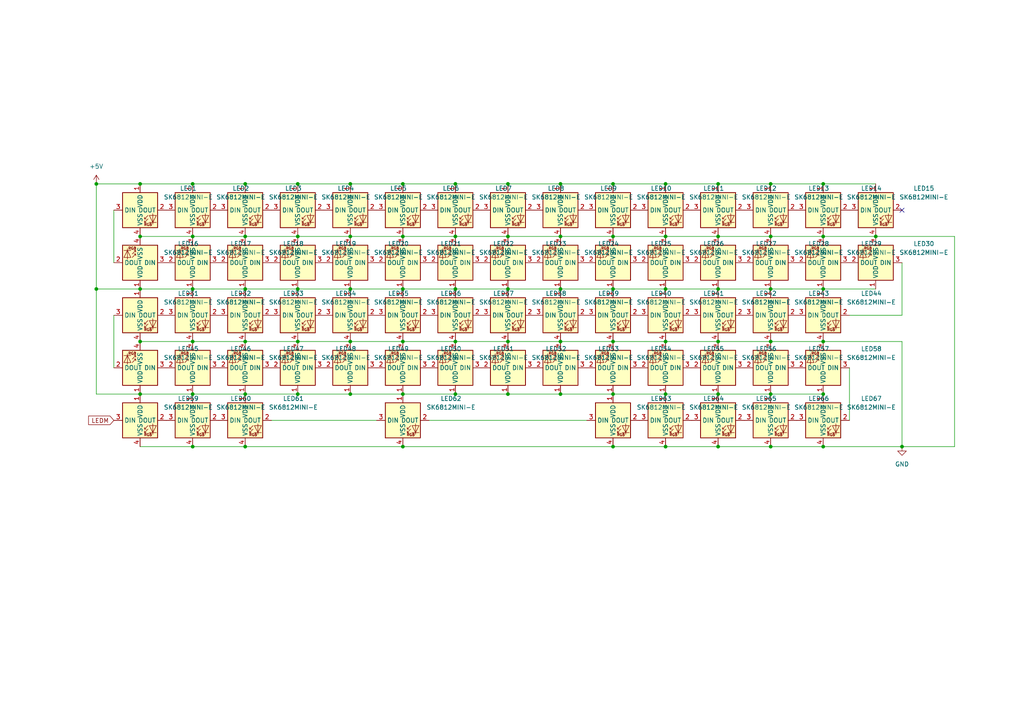
<source format=kicad_sch>
(kicad_sch (version 20250114) (generator "eeschema") (generator_version "9.0")
  (paper "A4")
  (title_block (title "MOD65") (date "2025-02-04") (rev "1") (company "umbacos"))
  (lib_symbols
    (symbol "PCM_marbastlib-various:SK6812MINI-E"
      (property "Reference" "LED" (at 2.54 6.35 0))
      (property "Value" "SK6812MINI-E" (at 7.62 -6.35 0))
      (symbol "SK6812MINI-E_0_0"
        (text "RGB" (at 2.286 -4.191 0) (effects (font (size 0.762 0.762))))
      )
      (symbol "SK6812MINI-E_0_1"
        (polyline (pts (xy 1.27 -2.54) (xy 1.778 -2.54)))
        (polyline (pts (xy 1.27 -3.556) (xy 1.778 -3.556)))
        (polyline (pts (xy 2.286 -1.524) (xy 1.27 -2.54) (xy 1.27 -2.032)))
        (polyline (pts (xy 2.286 -2.54) (xy 1.27 -3.556) (xy 1.27 -3.048)))
        (polyline (pts (xy 3.683 -1.016) (xy 3.683 -3.556) (xy 3.683 -4.064)))
        (polyline (pts (xy 4.699 -1.524) (xy 2.667 -1.524) (xy 3.683 -3.556) (xy 4.699 -1.524)))
        (polyline (pts (xy 4.699 -3.556) (xy 2.667 -3.556)))
        (rectangle (start 5.08 5.08) (end -5.08 -5.08) (stroke (width 0.254)) (fill (type background)))
      )
      (symbol "SK6812MINI-E_1_1"
        (pin input line (at -7.62 0 0) (length 2.54) (name "DIN") (number "3"))
        (pin power_in line (at 0 7.62 270) (length 2.54) (name "VDD") (number "1"))
        (pin power_in line (at 0 -7.62 90) (length 2.54) (name "VSS") (number "4"))
        (pin output line (at 7.62 0 180) (length 2.54) (name "DOUT") (number "2"))
      )
    )
    (symbol "power:+5V" (power) (pin_numbers (hide yes)) (pin_names (offset 0) (hide yes))
      (property "Value" "+5V" (at 0 3.556 0))
      (symbol "+5V_0_1"
        (polyline (pts (xy -0.762 1.27) (xy 0 2.54)))
        (polyline (pts (xy 0 2.54) (xy 0.762 1.27)))
        (polyline (pts (xy 0 0) (xy 0 2.54)))
      )
      (symbol "+5V_1_1"
        (pin power_in line (at 0 0 90) (length 0) (name "~") (number "1"))
      )
    )
    (symbol "power:GND" (power) (pin_numbers (hide yes)) (pin_names (offset 0) (hide yes))
      (property "Value" "GND" (at 0 -3.81 0))
      (symbol "GND_0_1"
        (polyline (pts (xy 0 0) (xy 0 -1.27) (xy 1.27 -1.27) (xy 0 -2.54) (xy -1.27 -1.27) (xy 0 -1.27)))
      )
      (symbol "GND_1_1"
        (pin power_in line (at 0 0 270) (length 0) (name "~") (number "1"))
      )
    )
  )
  (junction (at 40.64 99.06))
  (junction (at 86.36 68.58))
  (junction (at 193.04 53.34))
  (junction (at 55.88 114.3))
  (junction (at 177.8 114.3))
  (junction (at 71.12 99.06))
  (junction (at 193.04 68.58))
  (junction (at 193.04 114.3))
  (junction (at 71.12 53.34))
  (junction (at 238.76 68.58))
  (junction (at 132.08 68.58))
  (junction (at 162.56 53.34))
  (junction (at 208.28 114.3))
  (junction (at 147.32 53.34))
  (junction (at 162.56 83.82))
  (junction (at 116.84 114.3))
  (junction (at 208.28 129.54))
  (junction (at 116.84 99.06))
  (junction (at 208.28 53.34))
  (junction (at 208.28 83.82))
  (junction (at 162.56 68.58))
  (junction (at 86.36 99.06))
  (junction (at 86.36 53.34))
  (junction (at 208.28 68.58))
  (junction (at 55.88 53.34))
  (junction (at 132.08 114.3))
  (junction (at 177.8 68.58))
  (junction (at 132.08 99.06))
  (junction (at 238.76 129.54))
  (junction (at 132.08 83.82))
  (junction (at 238.76 83.82))
  (junction (at 254 68.58))
  (junction (at 40.64 68.58))
  (junction (at 101.6 99.06))
  (junction (at 193.04 129.54))
  (junction (at 55.88 129.54))
  (junction (at 147.32 83.82))
  (junction (at 177.8 99.06))
  (junction (at 132.08 53.34))
  (junction (at 223.52 83.82))
  (junction (at 208.28 99.06))
  (junction (at 238.76 114.3))
  (junction (at 261.62 129.54))
  (junction (at 40.64 114.3))
  (junction (at 101.6 114.3))
  (junction (at 71.12 129.54))
  (junction (at 116.84 83.82))
  (junction (at 238.76 53.34))
  (junction (at 86.36 114.3))
  (junction (at 223.52 99.06))
  (junction (at 223.52 68.58))
  (junction (at 238.76 99.06))
  (junction (at 223.52 129.54))
  (junction (at 193.04 99.06))
  (junction (at 55.88 99.06))
  (junction (at 162.56 99.06))
  (junction (at 193.04 83.82))
  (junction (at 177.8 53.34))
  (junction (at 116.84 68.58))
  (junction (at 116.84 129.54))
  (junction (at 147.32 99.06))
  (junction (at 55.88 68.58))
  (junction (at 177.8 129.54))
  (junction (at 71.12 114.3))
  (junction (at 177.8 83.82))
  (junction (at 71.12 83.82))
  (junction (at 223.52 114.3))
  (junction (at 55.88 83.82))
  (junction (at 40.64 83.82))
  (junction (at 223.52 53.34))
  (junction (at 27.94 83.82))
  (junction (at 147.32 114.3))
  (junction (at 147.32 68.58))
  (junction (at 162.56 114.3))
  (junction (at 40.64 53.34))
  (junction (at 101.6 68.58))
  (junction (at 71.12 68.58))
  (junction (at 116.84 53.34))
  (junction (at 27.94 53.34))
  (junction (at 86.36 83.82))
  (junction (at 101.6 53.34))
  (junction (at 101.6 83.82))
  (no_connect (at 261.62 60.96))
  (wire (pts (xy 71.12 129.54) (xy 116.84 129.54)))
  (wire (pts (xy 101.6 68.58) (xy 116.84 68.58)))
  (wire (pts (xy 261.62 99.06) (xy 261.62 129.54)))
  (wire (pts (xy 193.04 114.3) (xy 208.28 114.3)))
  (wire (pts (xy 55.88 53.34) (xy 71.12 53.34)))
  (wire (pts (xy 162.56 99.06) (xy 177.8 99.06)))
  (wire (pts (xy 86.36 83.82) (xy 101.6 83.82)))
  (wire (pts (xy 208.28 68.58) (xy 223.52 68.58)))
  (wire (pts (xy 116.84 114.3) (xy 132.08 114.3)))
  (wire (pts (xy 208.28 83.82) (xy 223.52 83.82)))
  (wire (pts (xy 132.08 53.34) (xy 147.32 53.34)))
  (wire (pts (xy 162.56 53.34) (xy 177.8 53.34)))
  (wire (pts (xy 223.52 83.82) (xy 238.76 83.82)))
  (wire (pts (xy 208.28 114.3) (xy 223.52 114.3)))
  (wire (pts (xy 55.88 83.82) (xy 71.12 83.82)))
  (wire (pts (xy 27.94 114.3) (xy 27.94 83.82)))
  (wire (pts (xy 223.52 68.58) (xy 238.76 68.58)))
  (wire (pts (xy 116.84 83.82) (xy 132.08 83.82)))
  (wire (pts (xy 254 68.58) (xy 276.86 68.58)))
  (wire (pts (xy 33.02 91.44) (xy 33.02 106.68)))
  (wire (pts (xy 40.64 68.58) (xy 55.88 68.58)))
  (wire (pts (xy 132.08 114.3) (xy 147.32 114.3)))
  (wire (pts (xy 177.8 99.06) (xy 193.04 99.06)))
  (wire (pts (xy 246.38 106.68) (xy 246.38 121.92)))
  (wire (pts (xy 71.12 68.58) (xy 86.36 68.58)))
  (wire (pts (xy 223.52 99.06) (xy 238.76 99.06)))
  (wire (pts (xy 132.08 83.82) (xy 147.32 83.82)))
  (wire (pts (xy 101.6 83.82) (xy 116.84 83.82)))
  (wire (pts (xy 71.12 99.06) (xy 86.36 99.06)))
  (wire (pts (xy 246.38 91.44) (xy 261.62 91.44)))
  (wire (pts (xy 86.36 114.3) (xy 101.6 114.3)))
  (wire (pts (xy 86.36 53.34) (xy 101.6 53.34)))
  (wire (pts (xy 132.08 99.06) (xy 147.32 99.06)))
  (wire (pts (xy 261.62 91.44) (xy 261.62 76.2)))
  (wire (pts (xy 223.52 53.34) (xy 238.76 53.34)))
  (wire (pts (xy 124.46 121.92) (xy 170.18 121.92)))
  (wire (pts (xy 238.76 68.58) (xy 254 68.58)))
  (wire (pts (xy 147.32 83.82) (xy 162.56 83.82)))
  (wire (pts (xy 116.84 53.34) (xy 132.08 53.34)))
  (wire (pts (xy 223.52 114.3) (xy 238.76 114.3)))
  (wire (pts (xy 132.08 68.58) (xy 147.32 68.58)))
  (wire (pts (xy 193.04 129.54) (xy 208.28 129.54)))
  (wire (pts (xy 177.8 129.54) (xy 193.04 129.54)))
  (wire (pts (xy 177.8 53.34) (xy 193.04 53.34)))
  (wire (pts (xy 223.52 129.54) (xy 238.76 129.54)))
  (wire (pts (xy 40.64 129.54) (xy 55.88 129.54)))
  (wire (pts (xy 238.76 99.06) (xy 261.62 99.06)))
  (wire (pts (xy 147.32 99.06) (xy 162.56 99.06)))
  (wire (pts (xy 40.64 83.82) (xy 55.88 83.82)))
  (wire (pts (xy 177.8 68.58) (xy 193.04 68.58)))
  (wire (pts (xy 55.88 129.54) (xy 71.12 129.54)))
  (wire (pts (xy 40.64 53.34) (xy 27.94 53.34)))
  (wire (pts (xy 55.88 68.58) (xy 71.12 68.58)))
  (wire (pts (xy 276.86 68.58) (xy 276.86 129.54)))
  (wire (pts (xy 40.64 114.3) (xy 27.94 114.3)))
  (wire (pts (xy 147.32 114.3) (xy 162.56 114.3)))
  (wire (pts (xy 208.28 99.06) (xy 223.52 99.06)))
  (wire (pts (xy 55.88 99.06) (xy 71.12 99.06)))
  (wire (pts (xy 238.76 83.82) (xy 254 83.82)))
  (wire (pts (xy 101.6 114.3) (xy 116.84 114.3)))
  (wire (pts (xy 147.32 53.34) (xy 162.56 53.34)))
  (wire (pts (xy 27.94 53.34) (xy 27.94 83.82)))
  (wire (pts (xy 40.64 114.3) (xy 55.88 114.3)))
  (wire (pts (xy 193.04 53.34) (xy 208.28 53.34)))
  (wire (pts (xy 86.36 99.06) (xy 101.6 99.06)))
  (wire (pts (xy 193.04 68.58) (xy 208.28 68.58)))
  (wire (pts (xy 208.28 53.34) (xy 223.52 53.34)))
  (wire (pts (xy 193.04 83.82) (xy 208.28 83.82)))
  (wire (pts (xy 40.64 99.06) (xy 55.88 99.06)))
  (wire (pts (xy 116.84 99.06) (xy 132.08 99.06)))
  (wire (pts (xy 71.12 53.34) (xy 86.36 53.34)))
  (wire (pts (xy 33.02 60.96) (xy 33.02 76.2)))
  (wire (pts (xy 86.36 68.58) (xy 101.6 68.58)))
  (wire (pts (xy 276.86 129.54) (xy 261.62 129.54)))
  (wire (pts (xy 238.76 53.34) (xy 254 53.34)))
  (wire (pts (xy 147.32 68.58) (xy 162.56 68.58)))
  (wire (pts (xy 55.88 114.3) (xy 71.12 114.3)))
  (wire (pts (xy 162.56 114.3) (xy 177.8 114.3)))
  (wire (pts (xy 71.12 83.82) (xy 86.36 83.82)))
  (wire (pts (xy 78.74 121.92) (xy 109.22 121.92)))
  (wire (pts (xy 177.8 83.82) (xy 193.04 83.82)))
  (wire (pts (xy 261.62 129.54) (xy 238.76 129.54)))
  (wire (pts (xy 162.56 83.82) (xy 177.8 83.82)))
  (wire (pts (xy 116.84 68.58) (xy 132.08 68.58)))
  (wire (pts (xy 208.28 129.54) (xy 223.52 129.54)))
  (wire (pts (xy 193.04 99.06) (xy 208.28 99.06)))
  (wire (pts (xy 71.12 114.3) (xy 86.36 114.3)))
  (wire (pts (xy 101.6 99.06) (xy 116.84 99.06)))
  (wire (pts (xy 162.56 68.58) (xy 177.8 68.58)))
  (wire (pts (xy 27.94 83.82) (xy 40.64 83.82)))
  (wire (pts (xy 40.64 53.34) (xy 55.88 53.34)))
  (wire (pts (xy 101.6 53.34) (xy 116.84 53.34)))
  (wire (pts (xy 116.84 129.54) (xy 177.8 129.54)))
  (wire (pts (xy 177.8 114.3) (xy 193.04 114.3)))
  (global_label "LEDM" (shape input) (at 33.02 121.92 180) (property "Intersheetrefs" "${INTERSHEET_REFS}" (effects (hide yes))))
  (symbol (lib_id "PCM_marbastlib-various:SK6812MINI-E") (at 116.84 106.68 180) (unit 1)
    (property "Reference" "LED50" (at 130.81 101.1838 0))
    (property "Value" "SK6812MINI-E" (at 130.81 103.7238 0))
    (property "Footprint" "PCM_marbastlib-various:LED_6028R" (effects (hide yes)))
    (property "Description" "Reverse mount adressable LED (WS2812 protocol)" (effects (hide yes)))
    (property "Part Number" "SK6812MINI-E" (effects (hide yes)))
    (property "JLCPCB Part" "C5149201" (effects (hide yes)))
  )
  (symbol (lib_id "PCM_marbastlib-various:SK6812MINI-E") (at 55.88 76.2 180) (unit 1)
    (property "Reference" "LED17" (at 69.85 70.7038 0))
    (property "Value" "SK6812MINI-E" (at 69.85 73.2438 0))
    (property "Footprint" "PCM_marbastlib-various:LED_6028R" (effects (hide yes)))
    (property "Description" "Reverse mount adressable LED (WS2812 protocol)" (effects (hide yes)))
    (property "Part Number" "SK6812MINI-E" (effects (hide yes)))
    (property "JLCPCB Part" "C5149201" (effects (hide yes)))
  )
  (symbol (lib_id "PCM_marbastlib-various:SK6812MINI-E") (at 193.04 76.2 180) (unit 1)
    (property "Reference" "LED26" (at 207.01 70.7038 0))
    (property "Value" "SK6812MINI-E" (at 207.01 73.2438 0))
    (property "Footprint" "PCM_marbastlib-various:LED_6028R" (effects (hide yes)))
    (property "Description" "Reverse mount adressable LED (WS2812 protocol)" (effects (hide yes)))
    (property "Part Number" "SK6812MINI-E" (effects (hide yes)))
    (property "JLCPCB Part" "C5149201" (effects (hide yes)))
  )
  (symbol (lib_id "PCM_marbastlib-various:SK6812MINI-E") (at 71.12 121.92 0) (unit 1)
    (property "Reference" "LED61" (at 85.09 115.6014 0))
    (property "Value" "SK6812MINI-E" (at 85.09 118.1414 0))
    (property "Footprint" "PCM_marbastlib-various:LED_6028R" (effects (hide yes)))
    (property "Description" "Reverse mount adressable LED (WS2812 protocol)" (effects (hide yes)))
    (property "Part Number" "SK6812MINI-E" (effects (hide yes)))
    (property "JLCPCB Part" "C5149201" (effects (hide yes)))
  )
  (symbol (lib_id "PCM_marbastlib-various:SK6812MINI-E") (at 101.6 91.44 0) (unit 1)
    (property "Reference" "LED35" (at 115.57 85.1214 0))
    (property "Value" "SK6812MINI-E" (at 115.57 87.6614 0))
    (property "Footprint" "PCM_marbastlib-various:LED_6028R" (effects (hide yes)))
    (property "Description" "Reverse mount adressable LED (WS2812 protocol)" (effects (hide yes)))
    (property "Part Number" "SK6812MINI-E" (effects (hide yes)))
    (property "JLCPCB Part" "C5149201" (effects (hide yes)))
  )
  (symbol (lib_id "PCM_marbastlib-various:SK6812MINI-E") (at 40.64 91.44 0) (unit 1)
    (property "Reference" "LED31" (at 54.61 85.1214 0))
    (property "Value" "SK6812MINI-E" (at 54.61 87.6614 0))
    (property "Footprint" "PCM_marbastlib-various:LED_6028R" (effects (hide yes)))
    (property "Description" "Reverse mount adressable LED (WS2812 protocol)" (effects (hide yes)))
    (property "Part Number" "SK6812MINI-E" (effects (hide yes)))
    (property "JLCPCB Part" "C5149201" (effects (hide yes)))
  )
  (symbol (lib_id "PCM_marbastlib-various:SK6812MINI-E") (at 162.56 106.68 180) (unit 1)
    (property "Reference" "LED53" (at 176.53 101.1838 0))
    (property "Value" "SK6812MINI-E" (at 176.53 103.7238 0))
    (property "Footprint" "PCM_marbastlib-various:LED_6028R" (effects (hide yes)))
    (property "Description" "Reverse mount adressable LED (WS2812 protocol)" (effects (hide yes)))
    (property "Part Number" "SK6812MINI-E" (effects (hide yes)))
    (property "JLCPCB Part" "C5149201" (effects (hide yes)))
  )
  (symbol (lib_id "PCM_marbastlib-various:SK6812MINI-E") (at 162.56 60.96 0) (unit 1)
    (property "Reference" "LED9" (at 176.53 54.6414 0))
    (property "Value" "SK6812MINI-E" (at 176.53 57.1814 0))
    (property "Footprint" "PCM_marbastlib-various:LED_6028R" (effects (hide yes)))
    (property "Description" "Reverse mount adressable LED (WS2812 protocol)" (effects (hide yes)))
    (property "Part Number" "SK6812MINI-E" (effects (hide yes)))
    (property "JLCPCB Part" "C5149201" (effects (hide yes)))
  )
  (symbol (lib_id "PCM_marbastlib-various:SK6812MINI-E") (at 55.88 106.68 180) (unit 1)
    (property "Reference" "LED46" (at 69.85 101.1838 0))
    (property "Value" "SK6812MINI-E" (at 69.85 103.7238 0))
    (property "Footprint" "PCM_marbastlib-various:LED_6028R" (effects (hide yes)))
    (property "Description" "Reverse mount adressable LED (WS2812 protocol)" (effects (hide yes)))
    (property "Part Number" "SK6812MINI-E" (effects (hide yes)))
    (property "JLCPCB Part" "C5149201" (effects (hide yes)))
  )
  (symbol (lib_id "PCM_marbastlib-various:SK6812MINI-E") (at 116.84 76.2 180) (unit 1)
    (property "Reference" "LED21" (at 130.81 70.7038 0))
    (property "Value" "SK6812MINI-E" (at 130.81 73.2438 0))
    (property "Footprint" "PCM_marbastlib-various:LED_6028R" (effects (hide yes)))
    (property "Description" "Reverse mount adressable LED (WS2812 protocol)" (effects (hide yes)))
    (property "Part Number" "SK6812MINI-E" (effects (hide yes)))
    (property "JLCPCB Part" "C5149201" (effects (hide yes)))
  )
  (symbol (lib_id "power:+5V") (at 27.94 53.34 0) (unit 1)
    (property "Reference" "#PWR035" (effects (hide yes)))
    (property "Value" "+5V" (at 27.94 48.26 0))
    (property "Description" "Power symbol creates a global label with name \"+5V\"" (effects (hide yes)))
  )
  (symbol (lib_id "PCM_marbastlib-various:SK6812MINI-E") (at 254 60.96 0) (unit 1)
    (property "Reference" "LED15" (at 267.97 54.6414 0))
    (property "Value" "SK6812MINI-E" (at 267.97 57.1814 0))
    (property "Footprint" "PCM_marbastlib-various:LED_6028R" (effects (hide yes)))
    (property "Description" "Reverse mount adressable LED (WS2812 protocol)" (effects (hide yes)))
    (property "Part Number" "SK6812MINI-E" (effects (hide yes)))
    (property "JLCPCB Part" "C5149201" (effects (hide yes)))
  )
  (symbol (lib_id "PCM_marbastlib-various:SK6812MINI-E") (at 132.08 106.68 180) (unit 1)
    (property "Reference" "LED51" (at 146.05 101.1838 0))
    (property "Value" "SK6812MINI-E" (at 146.05 103.7238 0))
    (property "Footprint" "PCM_marbastlib-various:LED_6028R" (effects (hide yes)))
    (property "Description" "Reverse mount adressable LED (WS2812 protocol)" (effects (hide yes)))
    (property "Part Number" "SK6812MINI-E" (effects (hide yes)))
    (property "JLCPCB Part" "C5149201" (effects (hide yes)))
  )
  (symbol (lib_id "PCM_marbastlib-various:SK6812MINI-E") (at 147.32 60.96 0) (unit 1)
    (property "Reference" "LED8" (at 161.29 54.6414 0))
    (property "Value" "SK6812MINI-E" (at 161.29 57.1814 0))
    (property "Footprint" "PCM_marbastlib-various:LED_6028R" (effects (hide yes)))
    (property "Description" "Reverse mount adressable LED (WS2812 protocol)" (effects (hide yes)))
    (property "Part Number" "SK6812MINI-E" (effects (hide yes)))
    (property "JLCPCB Part" "C5149201" (effects (hide yes)))
  )
  (symbol (lib_id "PCM_marbastlib-various:SK6812MINI-E") (at 177.8 106.68 180) (unit 1)
    (property "Reference" "LED54" (at 191.77 101.1838 0))
    (property "Value" "SK6812MINI-E" (at 191.77 103.7238 0))
    (property "Footprint" "PCM_marbastlib-various:LED_6028R" (effects (hide yes)))
    (property "Description" "Reverse mount adressable LED (WS2812 protocol)" (effects (hide yes)))
    (property "Part Number" "SK6812MINI-E" (effects (hide yes)))
    (property "JLCPCB Part" "C5149201" (effects (hide yes)))
  )
  (symbol (lib_id "PCM_marbastlib-various:SK6812MINI-E") (at 40.64 60.96 0) (unit 1)
    (property "Reference" "LED1" (at 54.61 54.6414 0))
    (property "Value" "SK6812MINI-E" (at 54.61 57.1814 0))
    (property "Footprint" "PCM_marbastlib-various:LED_6028R" (effects (hide yes)))
    (property "Description" "Reverse mount adressable LED (WS2812 protocol)" (effects (hide yes)))
    (property "Part Number" "SK6812MINI-E" (effects (hide yes)))
    (property "JLCPCB Part" "C5149201" (effects (hide yes)))
  )
  (symbol (lib_id "PCM_marbastlib-various:SK6812MINI-E") (at 162.56 76.2 180) (unit 1)
    (property "Reference" "LED24" (at 176.53 70.7038 0))
    (property "Value" "SK6812MINI-E" (at 176.53 73.2438 0))
    (property "Footprint" "PCM_marbastlib-various:LED_6028R" (effects (hide yes)))
    (property "Description" "Reverse mount adressable LED (WS2812 protocol)" (effects (hide yes)))
    (property "Part Number" "SK6812MINI-E" (effects (hide yes)))
    (property "JLCPCB Part" "C5149201" (effects (hide yes)))
  )
  (symbol (lib_id "PCM_marbastlib-various:SK6812MINI-E") (at 71.12 106.68 180) (unit 1)
    (property "Reference" "LED47" (at 85.09 101.1838 0))
    (property "Value" "SK6812MINI-E" (at 85.09 103.7238 0))
    (property "Footprint" "PCM_marbastlib-various:LED_6028R" (effects (hide yes)))
    (property "Description" "Reverse mount adressable LED (WS2812 protocol)" (effects (hide yes)))
    (property "Part Number" "SK6812MINI-E" (effects (hide yes)))
    (property "JLCPCB Part" "C5149201" (effects (hide yes)))
  )
  (symbol (lib_id "PCM_marbastlib-various:SK6812MINI-E") (at 101.6 106.68 180) (unit 1)
    (property "Reference" "LED49" (at 115.57 101.1838 0))
    (property "Value" "SK6812MINI-E" (at 115.57 103.7238 0))
    (property "Footprint" "PCM_marbastlib-various:LED_6028R" (effects (hide yes)))
    (property "Description" "Reverse mount adressable LED (WS2812 protocol)" (effects (hide yes)))
    (property "Part Number" "SK6812MINI-E" (effects (hide yes)))
    (property "JLCPCB Part" "C5149201" (effects (hide yes)))
  )
  (symbol (lib_id "PCM_marbastlib-various:SK6812MINI-E") (at 223.52 60.96 0) (unit 1)
    (property "Reference" "LED13" (at 237.49 54.6414 0))
    (property "Value" "SK6812MINI-E" (at 237.49 57.1814 0))
    (property "Footprint" "PCM_marbastlib-various:LED_6028R" (effects (hide yes)))
    (property "Description" "Reverse mount adressable LED (WS2812 protocol)" (effects (hide yes)))
    (property "Part Number" "SK6812MINI-E" (effects (hide yes)))
    (property "JLCPCB Part" "C5149201" (effects (hide yes)))
  )
  (symbol (lib_id "PCM_marbastlib-various:SK6812MINI-E") (at 116.84 121.92 0) (unit 1)
    (property "Reference" "LED62" (at 130.81 115.6014 0))
    (property "Value" "SK6812MINI-E" (at 130.81 118.1414 0))
    (property "Footprint" "PCM_marbastlib-various:LED_6028R" (effects (hide yes)))
    (property "Description" "Reverse mount adressable LED (WS2812 protocol)" (effects (hide yes)))
    (property "Part Number" "SK6812MINI-E" (effects (hide yes)))
    (property "JLCPCB Part" "C5149201" (effects (hide yes)))
  )
  (symbol (lib_id "PCM_marbastlib-various:SK6812MINI-E") (at 147.32 106.68 180) (unit 1)
    (property "Reference" "LED52" (at 161.29 101.1838 0))
    (property "Value" "SK6812MINI-E" (at 161.29 103.7238 0))
    (property "Footprint" "PCM_marbastlib-various:LED_6028R" (effects (hide yes)))
    (property "Description" "Reverse mount adressable LED (WS2812 protocol)" (effects (hide yes)))
    (property "Part Number" "SK6812MINI-E" (effects (hide yes)))
    (property "JLCPCB Part" "C5149201" (effects (hide yes)))
  )
  (symbol (lib_id "PCM_marbastlib-various:SK6812MINI-E") (at 132.08 60.96 0) (unit 1)
    (property "Reference" "LED7" (at 146.05 54.6414 0))
    (property "Value" "SK6812MINI-E" (at 146.05 57.1814 0))
    (property "Footprint" "PCM_marbastlib-various:LED_6028R" (effects (hide yes)))
    (property "Description" "Reverse mount adressable LED (WS2812 protocol)" (effects (hide yes)))
    (property "Part Number" "SK6812MINI-E" (effects (hide yes)))
    (property "JLCPCB Part" "C5149201" (effects (hide yes)))
  )
  (symbol (lib_id "PCM_marbastlib-various:SK6812MINI-E") (at 238.76 60.96 0) (unit 1)
    (property "Reference" "LED14" (at 252.73 54.6414 0))
    (property "Value" "SK6812MINI-E" (at 252.73 57.1814 0))
    (property "Footprint" "PCM_marbastlib-various:LED_6028R" (effects (hide yes)))
    (property "Description" "Reverse mount adressable LED (WS2812 protocol)" (effects (hide yes)))
    (property "Part Number" "SK6812MINI-E" (effects (hide yes)))
    (property "JLCPCB Part" "C5149201" (effects (hide yes)))
  )
  (symbol (lib_id "PCM_marbastlib-various:SK6812MINI-E") (at 193.04 121.92 0) (unit 1)
    (property "Reference" "LED64" (at 207.01 115.6014 0))
    (property "Value" "SK6812MINI-E" (at 207.01 118.1414 0))
    (property "Footprint" "PCM_marbastlib-various:LED_6028R" (effects (hide yes)))
    (property "Description" "Reverse mount adressable LED (WS2812 protocol)" (effects (hide yes)))
    (property "Part Number" "SK6812MINI-E" (effects (hide yes)))
    (property "JLCPCB Part" "C5149201" (effects (hide yes)))
  )
  (symbol (lib_id "PCM_marbastlib-various:SK6812MINI-E") (at 208.28 121.92 0) (unit 1)
    (property "Reference" "LED65" (at 222.25 115.6014 0))
    (property "Value" "SK6812MINI-E" (at 222.25 118.1414 0))
    (property "Footprint" "PCM_marbastlib-various:LED_6028R" (effects (hide yes)))
    (property "Description" "Reverse mount adressable LED (WS2812 protocol)" (effects (hide yes)))
    (property "Part Number" "SK6812MINI-E" (effects (hide yes)))
    (property "JLCPCB Part" "C5149201" (effects (hide yes)))
  )
  (symbol (lib_id "PCM_marbastlib-various:SK6812MINI-E") (at 238.76 76.2 180) (unit 1)
    (property "Reference" "LED29" (at 252.73 70.7038 0))
    (property "Value" "SK6812MINI-E" (at 252.73 73.2438 0))
    (property "Footprint" "PCM_marbastlib-various:LED_6028R" (effects (hide yes)))
    (property "Description" "Reverse mount adressable LED (WS2812 protocol)" (effects (hide yes)))
    (property "Part Number" "SK6812MINI-E" (effects (hide yes)))
    (property "JLCPCB Part" "C5149201" (effects (hide yes)))
  )
  (symbol (lib_id "PCM_marbastlib-various:SK6812MINI-E") (at 55.88 60.96 0) (unit 1)
    (property "Reference" "LED2" (at 69.85 54.6414 0))
    (property "Value" "SK6812MINI-E" (at 69.85 57.1814 0))
    (property "Footprint" "PCM_marbastlib-various:LED_6028R" (effects (hide yes)))
    (property "Description" "Reverse mount adressable LED (WS2812 protocol)" (effects (hide yes)))
    (property "Part Number" "SK6812MINI-E" (effects (hide yes)))
    (property "JLCPCB Part" "C5149201" (effects (hide yes)))
  )
  (symbol (lib_id "PCM_marbastlib-various:SK6812MINI-E") (at 101.6 60.96 0) (unit 1)
    (property "Reference" "LED5" (at 115.57 54.6414 0))
    (property "Value" "SK6812MINI-E" (at 115.57 57.1814 0))
    (property "Footprint" "PCM_marbastlib-various:LED_6028R" (effects (hide yes)))
    (property "Description" "Reverse mount adressable LED (WS2812 protocol)" (effects (hide yes)))
    (property "Part Number" "SK6812MINI-E" (effects (hide yes)))
    (property "JLCPCB Part" "C5149201" (effects (hide yes)))
  )
  (symbol (lib_id "PCM_marbastlib-various:SK6812MINI-E") (at 223.52 106.68 180) (unit 1)
    (property "Reference" "LED57" (at 237.49 101.1838 0))
    (property "Value" "SK6812MINI-E" (at 237.49 103.7238 0))
    (property "Footprint" "PCM_marbastlib-various:LED_6028R" (effects (hide yes)))
    (property "Description" "Reverse mount adressable LED (WS2812 protocol)" (effects (hide yes)))
    (property "Part Number" "SK6812MINI-E" (effects (hide yes)))
    (property "JLCPCB Part" "C5149201" (effects (hide yes)))
  )
  (symbol (lib_id "PCM_marbastlib-various:SK6812MINI-E") (at 147.32 91.44 0) (unit 1)
    (property "Reference" "LED38" (at 161.29 85.1214 0))
    (property "Value" "SK6812MINI-E" (at 161.29 87.6614 0))
    (property "Footprint" "PCM_marbastlib-various:LED_6028R" (effects (hide yes)))
    (property "Description" "Reverse mount adressable LED (WS2812 protocol)" (effects (hide yes)))
    (property "Part Number" "SK6812MINI-E" (effects (hide yes)))
    (property "JLCPCB Part" "C5149201" (effects (hide yes)))
  )
  (symbol (lib_id "PCM_marbastlib-various:SK6812MINI-E") (at 208.28 60.96 0) (unit 1)
    (property "Reference" "LED12" (at 222.25 54.6414 0))
    (property "Value" "SK6812MINI-E" (at 222.25 57.1814 0))
    (property "Footprint" "PCM_marbastlib-various:LED_6028R" (effects (hide yes)))
    (property "Description" "Reverse mount adressable LED (WS2812 protocol)" (effects (hide yes)))
    (property "Part Number" "SK6812MINI-E" (effects (hide yes)))
    (property "JLCPCB Part" "C5149201" (effects (hide yes)))
  )
  (symbol (lib_id "PCM_marbastlib-various:SK6812MINI-E") (at 193.04 91.44 0) (unit 1)
    (property "Reference" "LED41" (at 207.01 85.1214 0))
    (property "Value" "SK6812MINI-E" (at 207.01 87.6614 0))
    (property "Footprint" "PCM_marbastlib-various:LED_6028R" (effects (hide yes)))
    (property "Description" "Reverse mount adressable LED (WS2812 protocol)" (effects (hide yes)))
    (property "Part Number" "SK6812MINI-E" (effects (hide yes)))
    (property "JLCPCB Part" "C5149201" (effects (hide yes)))
  )
  (symbol (lib_id "PCM_marbastlib-various:SK6812MINI-E") (at 101.6 76.2 180) (unit 1)
    (property "Reference" "LED20" (at 115.57 70.7038 0))
    (property "Value" "SK6812MINI-E" (at 115.57 73.2438 0))
    (property "Footprint" "PCM_marbastlib-various:LED_6028R" (effects (hide yes)))
    (property "Description" "Reverse mount adressable LED (WS2812 protocol)" (effects (hide yes)))
    (property "Part Number" "SK6812MINI-E" (effects (hide yes)))
    (property "JLCPCB Part" "C5149201" (effects (hide yes)))
  )
  (symbol (lib_id "PCM_marbastlib-various:SK6812MINI-E") (at 55.88 91.44 0) (unit 1)
    (property "Reference" "LED32" (at 69.85 85.1214 0))
    (property "Value" "SK6812MINI-E" (at 69.85 87.6614 0))
    (property "Footprint" "PCM_marbastlib-various:LED_6028R" (effects (hide yes)))
    (property "Description" "Reverse mount adressable LED (WS2812 protocol)" (effects (hide yes)))
    (property "Part Number" "SK6812MINI-E" (effects (hide yes)))
    (property "JLCPCB Part" "C5149201" (effects (hide yes)))
  )
  (symbol (lib_id "PCM_marbastlib-various:SK6812MINI-E") (at 71.12 76.2 180) (unit 1)
    (property "Reference" "LED18" (at 85.09 70.7038 0))
    (property "Value" "SK6812MINI-E" (at 85.09 73.2438 0))
    (property "Footprint" "PCM_marbastlib-various:LED_6028R" (effects (hide yes)))
    (property "Description" "Reverse mount adressable LED (WS2812 protocol)" (effects (hide yes)))
    (property "Part Number" "SK6812MINI-E" (effects (hide yes)))
    (property "JLCPCB Part" "C5149201" (effects (hide yes)))
  )
  (symbol (lib_id "PCM_marbastlib-various:SK6812MINI-E") (at 254 76.2 180) (unit 1)
    (property "Reference" "LED30" (at 267.97 70.7038 0))
    (property "Value" "SK6812MINI-E" (at 267.97 73.2438 0))
    (property "Footprint" "PCM_marbastlib-various:LED_6028R" (effects (hide yes)))
    (property "Description" "Reverse mount adressable LED (WS2812 protocol)" (effects (hide yes)))
    (property "Part Number" "SK6812MINI-E" (effects (hide yes)))
    (property "JLCPCB Part" "C5149201" (effects (hide yes)))
  )
  (symbol (lib_id "PCM_marbastlib-various:SK6812MINI-E") (at 177.8 60.96 0) (unit 1)
    (property "Reference" "LED10" (at 191.77 54.6414 0))
    (property "Value" "SK6812MINI-E" (at 191.77 57.1814 0))
    (property "Footprint" "PCM_marbastlib-various:LED_6028R" (effects (hide yes)))
    (property "Description" "Reverse mount adressable LED (WS2812 protocol)" (effects (hide yes)))
    (property "Part Number" "SK6812MINI-E" (effects (hide yes)))
    (property "JLCPCB Part" "C5149201" (effects (hide yes)))
  )
  (symbol (lib_id "PCM_marbastlib-various:SK6812MINI-E") (at 147.32 76.2 180) (unit 1)
    (property "Reference" "LED23" (at 161.29 70.7038 0))
    (property "Value" "SK6812MINI-E" (at 161.29 73.2438 0))
    (property "Footprint" "PCM_marbastlib-various:LED_6028R" (effects (hide yes)))
    (property "Description" "Reverse mount adressable LED (WS2812 protocol)" (effects (hide yes)))
    (property "Part Number" "SK6812MINI-E" (effects (hide yes)))
    (property "JLCPCB Part" "C5149201" (effects (hide yes)))
  )
  (symbol (lib_id "PCM_marbastlib-various:SK6812MINI-E") (at 86.36 106.68 180) (unit 1)
    (property "Reference" "LED48" (at 100.33 101.1838 0))
    (property "Value" "SK6812MINI-E" (at 100.33 103.7238 0))
    (property "Footprint" "PCM_marbastlib-various:LED_6028R" (effects (hide yes)))
    (property "Description" "Reverse mount adressable LED (WS2812 protocol)" (effects (hide yes)))
    (property "Part Number" "SK6812MINI-E" (effects (hide yes)))
    (property "JLCPCB Part" "C5149201" (effects (hide yes)))
  )
  (symbol (lib_id "PCM_marbastlib-various:SK6812MINI-E") (at 208.28 76.2 180) (unit 1)
    (property "Reference" "LED27" (at 222.25 70.7038 0))
    (property "Value" "SK6812MINI-E" (at 222.25 73.2438 0))
    (property "Footprint" "PCM_marbastlib-various:LED_6028R" (effects (hide yes)))
    (property "Description" "Reverse mount adressable LED (WS2812 protocol)" (effects (hide yes)))
    (property "Part Number" "SK6812MINI-E" (effects (hide yes)))
    (property "JLCPCB Part" "C5149201" (effects (hide yes)))
  )
  (symbol (lib_id "PCM_marbastlib-various:SK6812MINI-E") (at 177.8 91.44 0) (unit 1)
    (property "Reference" "LED40" (at 191.77 85.1214 0))
    (property "Value" "SK6812MINI-E" (at 191.77 87.6614 0))
    (property "Footprint" "PCM_marbastlib-various:LED_6028R" (effects (hide yes)))
    (property "Description" "Reverse mount adressable LED (WS2812 protocol)" (effects (hide yes)))
    (property "Part Number" "SK6812MINI-E" (effects (hide yes)))
    (property "JLCPCB Part" "C5149201" (effects (hide yes)))
  )
  (symbol (lib_id "PCM_marbastlib-various:SK6812MINI-E") (at 223.52 91.44 0) (unit 1)
    (property "Reference" "LED43" (at 237.49 85.1214 0))
    (property "Value" "SK6812MINI-E" (at 237.49 87.6614 0))
    (property "Footprint" "PCM_marbastlib-various:LED_6028R" (effects (hide yes)))
    (property "Description" "Reverse mount adressable LED (WS2812 protocol)" (effects (hide yes)))
    (property "Part Number" "SK6812MINI-E" (effects (hide yes)))
    (property "JLCPCB Part" "C5149201" (effects (hide yes)))
  )
  (symbol (lib_id "PCM_marbastlib-various:SK6812MINI-E") (at 223.52 76.2 180) (unit 1)
    (property "Reference" "LED28" (at 237.49 70.7038 0))
    (property "Value" "SK6812MINI-E" (at 237.49 73.2438 0))
    (property "Footprint" "PCM_marbastlib-various:LED_6028R" (effects (hide yes)))
    (property "Description" "Reverse mount adressable LED (WS2812 protocol)" (effects (hide yes)))
    (property "Part Number" "SK6812MINI-E" (effects (hide yes)))
    (property "JLCPCB Part" "C5149201" (effects (hide yes)))
  )
  (symbol (lib_id "PCM_marbastlib-various:SK6812MINI-E") (at 71.12 91.44 0) (unit 1)
    (property "Reference" "LED33" (at 85.09 85.1214 0))
    (property "Value" "SK6812MINI-E" (at 85.09 87.6614 0))
    (property "Footprint" "PCM_marbastlib-various:LED_6028R" (effects (hide yes)))
    (property "Description" "Reverse mount adressable LED (WS2812 protocol)" (effects (hide yes)))
    (property "Part Number" "SK6812MINI-E" (effects (hide yes)))
    (property "JLCPCB Part" "C5149201" (effects (hide yes)))
  )
  (symbol (lib_id "PCM_marbastlib-various:SK6812MINI-E") (at 40.64 121.92 0) (unit 1)
    (property "Reference" "LED59" (at 54.61 115.6014 0))
    (property "Value" "SK6812MINI-E" (at 54.61 118.1414 0))
    (property "Footprint" "PCM_marbastlib-various:LED_6028R" (effects (hide yes)))
    (property "Description" "Reverse mount adressable LED (WS2812 protocol)" (effects (hide yes)))
    (property "Part Number" "SK6812MINI-E" (effects (hide yes)))
    (property "JLCPCB Part" "C5149201" (effects (hide yes)))
  )
  (symbol (lib_id "PCM_marbastlib-various:SK6812MINI-E") (at 177.8 76.2 180) (unit 1)
    (property "Reference" "LED25" (at 191.77 70.7038 0))
    (property "Value" "SK6812MINI-E" (at 191.77 73.2438 0))
    (property "Footprint" "PCM_marbastlib-various:LED_6028R" (effects (hide yes)))
    (property "Description" "Reverse mount adressable LED (WS2812 protocol)" (effects (hide yes)))
    (property "Part Number" "SK6812MINI-E" (effects (hide yes)))
    (property "JLCPCB Part" "C5149201" (effects (hide yes)))
  )
  (symbol (lib_id "PCM_marbastlib-various:SK6812MINI-E") (at 116.84 91.44 0) (unit 1)
    (property "Reference" "LED36" (at 130.81 85.1214 0))
    (property "Value" "SK6812MINI-E" (at 130.81 87.6614 0))
    (property "Footprint" "PCM_marbastlib-various:LED_6028R" (effects (hide yes)))
    (property "Description" "Reverse mount adressable LED (WS2812 protocol)" (effects (hide yes)))
    (property "Part Number" "SK6812MINI-E" (effects (hide yes)))
    (property "JLCPCB Part" "C5149201" (effects (hide yes)))
  )
  (symbol (lib_id "PCM_marbastlib-various:SK6812MINI-E") (at 238.76 106.68 180) (unit 1)
    (property "Reference" "LED58" (at 252.73 101.1838 0))
    (property "Value" "SK6812MINI-E" (at 252.73 103.7238 0))
    (property "Footprint" "PCM_marbastlib-various:LED_6028R" (effects (hide yes)))
    (property "Description" "Reverse mount adressable LED (WS2812 protocol)" (effects (hide yes)))
    (property "Part Number" "SK6812MINI-E" (effects (hide yes)))
    (property "JLCPCB Part" "C5149201" (effects (hide yes)))
  )
  (symbol (lib_id "PCM_marbastlib-various:SK6812MINI-E") (at 208.28 91.44 0) (unit 1)
    (property "Reference" "LED42" (at 222.25 85.1214 0))
    (property "Value" "SK6812MINI-E" (at 222.25 87.6614 0))
    (property "Footprint" "PCM_marbastlib-various:LED_6028R" (effects (hide yes)))
    (property "Description" "Reverse mount adressable LED (WS2812 protocol)" (effects (hide yes)))
    (property "Part Number" "SK6812MINI-E" (effects (hide yes)))
    (property "JLCPCB Part" "C5149201" (effects (hide yes)))
  )
  (symbol (lib_id "PCM_marbastlib-various:SK6812MINI-E") (at 208.28 106.68 180) (unit 1)
    (property "Reference" "LED56" (at 222.25 101.1838 0))
    (property "Value" "SK6812MINI-E" (at 222.25 103.7238 0))
    (property "Footprint" "PCM_marbastlib-various:LED_6028R" (effects (hide yes)))
    (property "Description" "Reverse mount adressable LED (WS2812 protocol)" (effects (hide yes)))
    (property "Part Number" "SK6812MINI-E" (effects (hide yes)))
    (property "JLCPCB Part" "C5149201" (effects (hide yes)))
  )
  (symbol (lib_id "PCM_marbastlib-various:SK6812MINI-E") (at 86.36 91.44 0) (unit 1)
    (property "Reference" "LED34" (at 100.33 85.1214 0))
    (property "Value" "SK6812MINI-E" (at 100.33 87.6614 0))
    (property "Footprint" "PCM_marbastlib-various:LED_6028R" (effects (hide yes)))
    (property "Description" "Reverse mount adressable LED (WS2812 protocol)" (effects (hide yes)))
    (property "Part Number" "SK6812MINI-E" (effects (hide yes)))
    (property "JLCPCB Part" "C5149201" (effects (hide yes)))
  )
  (symbol (lib_id "PCM_marbastlib-various:SK6812MINI-E") (at 116.84 60.96 0) (unit 1)
    (property "Reference" "LED6" (at 130.81 54.6414 0))
    (property "Value" "SK6812MINI-E" (at 130.81 57.1814 0))
    (property "Footprint" "PCM_marbastlib-various:LED_6028R" (effects (hide yes)))
    (property "Description" "Reverse mount adressable LED (WS2812 protocol)" (effects (hide yes)))
    (property "Part Number" "SK6812MINI-E" (effects (hide yes)))
    (property "JLCPCB Part" "C5149201" (effects (hide yes)))
  )
  (symbol (lib_id "PCM_marbastlib-various:SK6812MINI-E") (at 71.12 60.96 0) (unit 1)
    (property "Reference" "LED3" (at 85.09 54.6414 0))
    (property "Value" "SK6812MINI-E" (at 85.09 57.1814 0))
    (property "Footprint" "PCM_marbastlib-various:LED_6028R" (effects (hide yes)))
    (property "Description" "Reverse mount adressable LED (WS2812 protocol)" (effects (hide yes)))
    (property "Part Number" "SK6812MINI-E" (effects (hide yes)))
    (property "JLCPCB Part" "C5149201" (effects (hide yes)))
  )
  (symbol (lib_id "PCM_marbastlib-various:SK6812MINI-E") (at 193.04 106.68 180) (unit 1)
    (property "Reference" "LED55" (at 207.01 101.1838 0))
    (property "Value" "SK6812MINI-E" (at 207.01 103.7238 0))
    (property "Footprint" "PCM_marbastlib-various:LED_6028R" (effects (hide yes)))
    (property "Description" "Reverse mount adressable LED (WS2812 protocol)" (effects (hide yes)))
    (property "Part Number" "SK6812MINI-E" (effects (hide yes)))
    (property "JLCPCB Part" "C5149201" (effects (hide yes)))
  )
  (symbol (lib_id "PCM_marbastlib-various:SK6812MINI-E") (at 40.64 106.68 180) (unit 1)
    (property "Reference" "LED45" (at 54.61 101.1838 0))
    (property "Value" "SK6812MINI-E" (at 54.61 103.7238 0))
    (property "Footprint" "PCM_marbastlib-various:LED_6028R" (effects (hide yes)))
    (property "Description" "Reverse mount adressable LED (WS2812 protocol)" (effects (hide yes)))
    (property "Part Number" "SK6812MINI-E" (effects (hide yes)))
    (property "JLCPCB Part" "C5149201" (effects (hide yes)))
  )
  (symbol (lib_id "PCM_marbastlib-various:SK6812MINI-E") (at 238.76 121.92 0) (unit 1)
    (property "Reference" "LED67" (at 252.73 115.6014 0))
    (property "Value" "SK6812MINI-E" (at 252.73 118.1414 0))
    (property "Footprint" "PCM_marbastlib-various:LED_6028R" (effects (hide yes)))
    (property "Description" "Reverse mount adressable LED (WS2812 protocol)" (effects (hide yes)))
    (property "Part Number" "SK6812MINI-E" (effects (hide yes)))
    (property "JLCPCB Part" "C5149201" (effects (hide yes)))
  )
  (symbol (lib_id "PCM_marbastlib-various:SK6812MINI-E") (at 86.36 76.2 180) (unit 1)
    (property "Reference" "LED19" (at 100.33 70.7038 0))
    (property "Value" "SK6812MINI-E" (at 100.33 73.2438 0))
    (property "Footprint" "PCM_marbastlib-various:LED_6028R" (effects (hide yes)))
    (property "Description" "Reverse mount adressable LED (WS2812 protocol)" (effects (hide yes)))
    (property "Part Number" "SK6812MINI-E" (effects (hide yes)))
    (property "JLCPCB Part" "C5149201" (effects (hide yes)))
  )
  (symbol (lib_id "power:GND") (at 261.62 129.54 0) (unit 1)
    (property "Reference" "#PWR034" (effects (hide yes)))
    (property "Value" "GND" (at 261.62 134.62 0))
    (property "Description" "Power symbol creates a global label with name \"GND\" , ground" (effects (hide yes)))
  )
  (symbol (lib_id "PCM_marbastlib-various:SK6812MINI-E") (at 55.88 121.92 0) (unit 1)
    (property "Reference" "LED60" (at 69.85 115.6014 0))
    (property "Value" "SK6812MINI-E" (at 69.85 118.1414 0))
    (property "Footprint" "PCM_marbastlib-various:LED_6028R" (effects (hide yes)))
    (property "Description" "Reverse mount adressable LED (WS2812 protocol)" (effects (hide yes)))
    (property "Part Number" "SK6812MINI-E" (effects (hide yes)))
    (property "JLCPCB Part" "C5149201" (effects (hide yes)))
  )
  (symbol (lib_id "PCM_marbastlib-various:SK6812MINI-E") (at 238.76 91.44 0) (unit 1)
    (property "Reference" "LED44" (at 252.73 85.1214 0))
    (property "Value" "SK6812MINI-E" (at 252.73 87.6614 0))
    (property "Footprint" "PCM_marbastlib-various:LED_6028R" (effects (hide yes)))
    (property "Description" "Reverse mount adressable LED (WS2812 protocol)" (effects (hide yes)))
    (property "Part Number" "SK6812MINI-E" (effects (hide yes)))
    (property "JLCPCB Part" "C5149201" (effects (hide yes)))
  )
  (symbol (lib_id "PCM_marbastlib-various:SK6812MINI-E") (at 223.52 121.92 0) (unit 1)
    (property "Reference" "LED66" (at 237.49 115.6014 0))
    (property "Value" "SK6812MINI-E" (at 237.49 118.1414 0))
    (property "Footprint" "PCM_marbastlib-various:LED_6028R" (effects (hide yes)))
    (property "Description" "Reverse mount adressable LED (WS2812 protocol)" (effects (hide yes)))
    (property "Part Number" "SK6812MINI-E" (effects (hide yes)))
    (property "JLCPCB Part" "C5149201" (effects (hide yes)))
  )
  (symbol (lib_id "PCM_marbastlib-various:SK6812MINI-E") (at 162.56 91.44 0) (unit 1)
    (property "Reference" "LED39" (at 176.53 85.1214 0))
    (property "Value" "SK6812MINI-E" (at 176.53 87.6614 0))
    (property "Footprint" "PCM_marbastlib-various:LED_6028R" (effects (hide yes)))
    (property "Description" "Reverse mount adressable LED (WS2812 protocol)" (effects (hide yes)))
    (property "Part Number" "SK6812MINI-E" (effects (hide yes)))
    (property "JLCPCB Part" "C5149201" (effects (hide yes)))
  )
  (symbol (lib_id "PCM_marbastlib-various:SK6812MINI-E") (at 177.8 121.92 0) (unit 1)
    (property "Reference" "LED63" (at 191.77 115.6014 0))
    (property "Value" "SK6812MINI-E" (at 191.77 118.1414 0))
    (property "Footprint" "PCM_marbastlib-various:LED_6028R" (effects (hide yes)))
    (property "Description" "Reverse mount adressable LED (WS2812 protocol)" (effects (hide yes)))
    (property "Part Number" "SK6812MINI-E" (effects (hide yes)))
    (property "JLCPCB Part" "C5149201" (effects (hide yes)))
  )
  (symbol (lib_id "PCM_marbastlib-various:SK6812MINI-E") (at 132.08 91.44 0) (unit 1)
    (property "Reference" "LED37" (at 146.05 85.1214 0))
    (property "Value" "SK6812MINI-E" (at 146.05 87.6614 0))
    (property "Footprint" "PCM_marbastlib-various:LED_6028R" (effects (hide yes)))
    (property "Description" "Reverse mount adressable LED (WS2812 protocol)" (effects (hide yes)))
    (property "Part Number" "SK6812MINI-E" (effects (hide yes)))
    (property "JLCPCB Part" "C5149201" (effects (hide yes)))
  )
  (symbol (lib_id "PCM_marbastlib-various:SK6812MINI-E") (at 40.64 76.2 180) (unit 1)
    (property "Reference" "LED16" (at 54.61 70.7038 0))
    (property "Value" "SK6812MINI-E" (at 54.61 73.2438 0))
    (property "Footprint" "PCM_marbastlib-various:LED_6028R" (effects (hide yes)))
    (property "Description" "Reverse mount adressable LED (WS2812 protocol)" (effects (hide yes)))
    (property "Part Number" "SK6812MINI-E" (effects (hide yes)))
    (property "JLCPCB Part" "C5149201" (effects (hide yes)))
  )
  (symbol (lib_id "PCM_marbastlib-various:SK6812MINI-E") (at 193.04 60.96 0) (unit 1)
    (property "Reference" "LED11" (at 207.01 54.6414 0))
    (property "Value" "SK6812MINI-E" (at 207.01 57.1814 0))
    (property "Footprint" "PCM_marbastlib-various:LED_6028R" (effects (hide yes)))
    (property "Description" "Reverse mount adressable LED (WS2812 protocol)" (effects (hide yes)))
    (property "Part Number" "SK6812MINI-E" (effects (hide yes)))
    (property "JLCPCB Part" "C5149201" (effects (hide yes)))
  )
  (symbol (lib_id "PCM_marbastlib-various:SK6812MINI-E") (at 86.36 60.96 0) (unit 1)
    (property "Reference" "LED4" (at 100.33 54.6414 0))
    (property "Value" "SK6812MINI-E" (at 100.33 57.1814 0))
    (property "Footprint" "PCM_marbastlib-various:LED_6028R" (effects (hide yes)))
    (property "Description" "Reverse mount adressable LED (WS2812 protocol)" (effects (hide yes)))
    (property "Part Number" "SK6812MINI-E" (effects (hide yes)))
    (property "JLCPCB Part" "C5149201" (effects (hide yes)))
  )
  (symbol (lib_id "PCM_marbastlib-various:SK6812MINI-E") (at 132.08 76.2 180) (unit 1)
    (property "Reference" "LED22" (at 146.05 70.7038 0))
    (property "Value" "SK6812MINI-E" (at 146.05 73.2438 0))
    (property "Footprint" "PCM_marbastlib-various:LED_6028R" (effects (hide yes)))
    (property "Description" "Reverse mount adressable LED (WS2812 protocol)" (effects (hide yes)))
    (property "Part Number" "SK6812MINI-E" (effects (hide yes)))
    (property "JLCPCB Part" "C5149201" (effects (hide yes)))
  )
)
</source>
